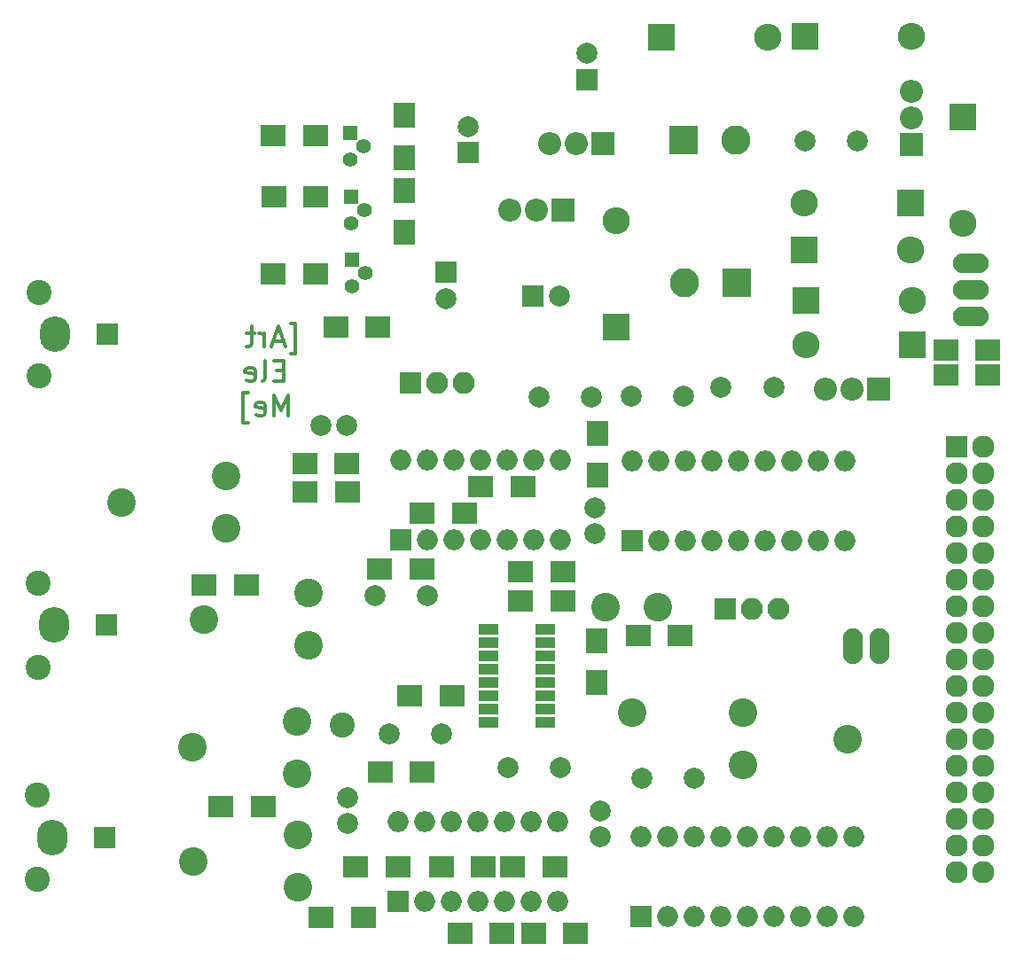
<source format=gbs>
G04 #@! TF.FileFunction,Soldermask,Bot*
%FSLAX46Y46*%
G04 Gerber Fmt 4.6, Leading zero omitted, Abs format (unit mm)*
G04 Created by KiCad (PCBNEW 4.0.7-e2-6376~58~ubuntu16.04.1) date Thu Dec 14 21:04:02 2023*
%MOMM*%
%LPD*%
G01*
G04 APERTURE LIST*
%ADD10C,0.100000*%
%ADD11C,0.300000*%
%ADD12R,2.400000X2.100000*%
%ADD13C,1.400000*%
%ADD14R,1.400000X1.400000*%
%ADD15C,2.000000*%
%ADD16R,2.800000X2.800000*%
%ADD17C,2.800000*%
%ADD18R,2.000000X2.000000*%
%ADD19R,2.600000X2.600000*%
%ADD20O,2.600000X2.600000*%
%ADD21R,2.127200X2.127200*%
%ADD22O,2.127200X2.127200*%
%ADD23O,3.410000X1.910000*%
%ADD24O,2.900000X3.400000*%
%ADD25C,2.400000*%
%ADD26O,1.910000X3.410000*%
%ADD27R,2.100000X2.400000*%
%ADD28R,2.100000X2.100000*%
%ADD29O,2.100000X2.100000*%
%ADD30O,2.000000X2.000000*%
%ADD31R,1.900000X1.000000*%
%ADD32R,2.200000X2.200000*%
%ADD33O,2.200000X2.200000*%
%ADD34C,2.740000*%
G04 APERTURE END LIST*
D10*
D11*
X201056666Y-72185429D02*
X201532856Y-72185429D01*
X201532856Y-69328286D01*
X201056666Y-69328286D01*
X200390000Y-70947333D02*
X199437619Y-70947333D01*
X200580476Y-71518762D02*
X199913809Y-69518762D01*
X199247142Y-71518762D01*
X198580476Y-71518762D02*
X198580476Y-70185429D01*
X198580476Y-70566381D02*
X198485237Y-70375905D01*
X198389999Y-70280667D01*
X198199523Y-70185429D01*
X198009047Y-70185429D01*
X197628095Y-70185429D02*
X196866190Y-70185429D01*
X197342381Y-69518762D02*
X197342381Y-71233048D01*
X197247142Y-71423524D01*
X197056666Y-71518762D01*
X196866190Y-71518762D01*
X200437619Y-73771143D02*
X199770952Y-73771143D01*
X199485238Y-74818762D02*
X200437619Y-74818762D01*
X200437619Y-72818762D01*
X199485238Y-72818762D01*
X198342380Y-74818762D02*
X198532856Y-74723524D01*
X198628095Y-74533048D01*
X198628095Y-72818762D01*
X196818571Y-74723524D02*
X197009047Y-74818762D01*
X197389999Y-74818762D01*
X197580476Y-74723524D01*
X197675714Y-74533048D01*
X197675714Y-73771143D01*
X197580476Y-73580667D01*
X197389999Y-73485429D01*
X197009047Y-73485429D01*
X196818571Y-73580667D01*
X196723333Y-73771143D01*
X196723333Y-73961619D01*
X197675714Y-74152095D01*
X200818571Y-78118762D02*
X200818571Y-76118762D01*
X200151904Y-77547333D01*
X199485237Y-76118762D01*
X199485237Y-78118762D01*
X197770952Y-78023524D02*
X197961428Y-78118762D01*
X198342380Y-78118762D01*
X198532857Y-78023524D01*
X198628095Y-77833048D01*
X198628095Y-77071143D01*
X198532857Y-76880667D01*
X198342380Y-76785429D01*
X197961428Y-76785429D01*
X197770952Y-76880667D01*
X197675714Y-77071143D01*
X197675714Y-77261619D01*
X198628095Y-77452095D01*
X197009047Y-78785429D02*
X196532856Y-78785429D01*
X196532856Y-75928286D01*
X197009047Y-75928286D01*
D12*
X222282000Y-121158000D03*
X226282000Y-121158000D03*
D13*
X208050000Y-52340000D03*
X206780000Y-53610000D03*
D14*
X206780000Y-51070000D03*
D15*
X238620000Y-76240000D03*
X233620000Y-76240000D03*
X239650000Y-112730000D03*
X234650000Y-112730000D03*
X230632000Y-118324000D03*
X230632000Y-115824000D03*
X230124000Y-89368000D03*
X230124000Y-86868000D03*
D16*
X243640000Y-65390000D03*
D17*
X238640000Y-65390000D03*
D16*
X238600000Y-51800000D03*
D17*
X243600000Y-51800000D03*
D15*
X214120000Y-95280000D03*
X209120000Y-95280000D03*
X255160000Y-51860000D03*
X250160000Y-51860000D03*
X247190000Y-75390000D03*
X242190000Y-75390000D03*
X210470000Y-108510000D03*
X215470000Y-108510000D03*
D18*
X229350000Y-45980000D03*
D15*
X229350000Y-43480000D03*
X229800000Y-76320000D03*
X224800000Y-76320000D03*
X226820000Y-111750000D03*
X221820000Y-111750000D03*
D18*
X224240000Y-66690000D03*
D15*
X226740000Y-66690000D03*
D18*
X215880000Y-64380000D03*
D15*
X215880000Y-66880000D03*
D18*
X218020000Y-52990000D03*
D15*
X218020000Y-50490000D03*
X206462000Y-78994000D03*
X203962000Y-78994000D03*
X206502000Y-114554000D03*
X206502000Y-117054000D03*
D19*
X260480000Y-71340000D03*
D20*
X250320000Y-71340000D03*
D19*
X250240000Y-67070000D03*
D20*
X260400000Y-67070000D03*
D19*
X250130000Y-62270000D03*
D20*
X260290000Y-62270000D03*
D19*
X260290000Y-57790000D03*
D20*
X250130000Y-57790000D03*
D19*
X232120000Y-69640000D03*
D20*
X232120000Y-59480000D03*
D19*
X265240000Y-49530000D03*
D20*
X265240000Y-59690000D03*
D19*
X250220000Y-41840000D03*
D20*
X260380000Y-41840000D03*
D19*
X236470000Y-41910000D03*
D20*
X246630000Y-41910000D03*
D21*
X264670000Y-81100000D03*
D22*
X267210000Y-81100000D03*
X264670000Y-83640000D03*
X267210000Y-83640000D03*
X264670000Y-86180000D03*
X267210000Y-86180000D03*
X264670000Y-88720000D03*
X267210000Y-88720000D03*
X264670000Y-91260000D03*
X267210000Y-91260000D03*
X264670000Y-93800000D03*
X267210000Y-93800000D03*
X264670000Y-96340000D03*
X267210000Y-96340000D03*
X264670000Y-98880000D03*
X267210000Y-98880000D03*
X264670000Y-101420000D03*
X267210000Y-101420000D03*
X264670000Y-103960000D03*
X267210000Y-103960000D03*
X264670000Y-106500000D03*
X267210000Y-106500000D03*
X264670000Y-109040000D03*
X267210000Y-109040000D03*
X264670000Y-111580000D03*
X267210000Y-111580000D03*
X264670000Y-114120000D03*
X267210000Y-114120000D03*
X264670000Y-116660000D03*
X267210000Y-116660000D03*
X264670000Y-119200000D03*
X267210000Y-119200000D03*
X264670000Y-121740000D03*
X267210000Y-121740000D03*
D23*
X266010000Y-63520000D03*
X266010000Y-66060000D03*
X266010000Y-68600000D03*
D18*
X183480000Y-98110000D03*
D24*
X178480000Y-98110000D03*
D25*
X176980000Y-94110000D03*
X176980000Y-102110000D03*
D18*
X183348000Y-118364000D03*
D24*
X178348000Y-118364000D03*
D25*
X176848000Y-114364000D03*
X176848000Y-122364000D03*
D18*
X183538000Y-70294000D03*
D24*
X178538000Y-70294000D03*
D25*
X177038000Y-66294000D03*
X177038000Y-74294000D03*
X205960000Y-107640000D03*
D26*
X257330000Y-100076000D03*
X254790000Y-100076000D03*
D13*
X208150000Y-58470000D03*
X206880000Y-59740000D03*
D14*
X206880000Y-57200000D03*
D13*
X208170000Y-64480000D03*
X206900000Y-65750000D03*
D14*
X206900000Y-63210000D03*
D12*
X227044000Y-95758000D03*
X223044000Y-95758000D03*
X203994000Y-125984000D03*
X207994000Y-125984000D03*
X238252000Y-99060000D03*
X234252000Y-99060000D03*
D27*
X230378000Y-83788000D03*
X230378000Y-79788000D03*
D12*
X224282000Y-127508000D03*
X228282000Y-127508000D03*
D27*
X230290000Y-103570000D03*
X230290000Y-99570000D03*
D12*
X219234000Y-84836000D03*
X223234000Y-84836000D03*
X217234000Y-127508000D03*
X221234000Y-127508000D03*
X227044000Y-92964000D03*
X223044000Y-92964000D03*
X192818000Y-94230000D03*
X196818000Y-94230000D03*
X212460000Y-104880000D03*
X216460000Y-104880000D03*
X217646000Y-87376000D03*
X213646000Y-87376000D03*
X219456000Y-121158000D03*
X215456000Y-121158000D03*
X209582000Y-92710000D03*
X213582000Y-92710000D03*
X207296000Y-121158000D03*
X211296000Y-121158000D03*
X202470000Y-85344000D03*
X206470000Y-85344000D03*
X209620000Y-112150000D03*
X213620000Y-112150000D03*
X202410000Y-82680000D03*
X206410000Y-82680000D03*
X194440000Y-115410000D03*
X198440000Y-115410000D03*
X263620000Y-71830000D03*
X267620000Y-71830000D03*
D27*
X211930000Y-60600000D03*
X211930000Y-56600000D03*
D12*
X263620000Y-74210000D03*
X267620000Y-74210000D03*
D27*
X211960000Y-53420000D03*
X211960000Y-49420000D03*
D12*
X199454000Y-57150000D03*
X203454000Y-57150000D03*
X199422000Y-51308000D03*
X203422000Y-51308000D03*
X203422000Y-64516000D03*
X199422000Y-64516000D03*
X209420000Y-69640000D03*
X205420000Y-69640000D03*
D28*
X212560000Y-74930000D03*
D29*
X215100000Y-74930000D03*
X217640000Y-74930000D03*
D28*
X242610000Y-96590000D03*
D29*
X245150000Y-96590000D03*
X247690000Y-96590000D03*
D18*
X234530000Y-125920000D03*
D30*
X254850000Y-118300000D03*
X237070000Y-125920000D03*
X252310000Y-118300000D03*
X239610000Y-125920000D03*
X249770000Y-118300000D03*
X242150000Y-125920000D03*
X247230000Y-118300000D03*
X244690000Y-125920000D03*
X244690000Y-118300000D03*
X247230000Y-125920000D03*
X242150000Y-118300000D03*
X249770000Y-125920000D03*
X239610000Y-118300000D03*
X252310000Y-125920000D03*
X237070000Y-118300000D03*
X254850000Y-125920000D03*
X234530000Y-118300000D03*
D18*
X233720000Y-90040000D03*
D30*
X254040000Y-82420000D03*
X236260000Y-90040000D03*
X251500000Y-82420000D03*
X238800000Y-90040000D03*
X248960000Y-82420000D03*
X241340000Y-90040000D03*
X246420000Y-82420000D03*
X243880000Y-90040000D03*
X243880000Y-82420000D03*
X246420000Y-90040000D03*
X241340000Y-82420000D03*
X248960000Y-90040000D03*
X238800000Y-82420000D03*
X251500000Y-90040000D03*
X236260000Y-82420000D03*
X254040000Y-90040000D03*
X233720000Y-82420000D03*
D31*
X225360000Y-98535000D03*
X225360000Y-99805000D03*
X225360000Y-101075000D03*
X225360000Y-102345000D03*
X225360000Y-103615000D03*
X225360000Y-104885000D03*
X225360000Y-106155000D03*
X225360000Y-107425000D03*
X219960000Y-107425000D03*
X219960000Y-106155000D03*
X219960000Y-104885000D03*
X219960000Y-103615000D03*
X219960000Y-102345000D03*
X219960000Y-101075000D03*
X219960000Y-99805000D03*
X219960000Y-98535000D03*
D32*
X257230000Y-75530000D03*
D33*
X254690000Y-75530000D03*
X252150000Y-75530000D03*
D32*
X260390000Y-52160000D03*
D33*
X260390000Y-49620000D03*
X260390000Y-47080000D03*
D32*
X230886000Y-52070000D03*
D33*
X228346000Y-52070000D03*
X225806000Y-52070000D03*
D34*
X236180000Y-96426000D03*
X233680000Y-106426000D03*
X231180000Y-96426000D03*
X244254000Y-106466000D03*
X254254000Y-108966000D03*
X244254000Y-111466000D03*
X202786000Y-100036000D03*
X192786000Y-97536000D03*
X202786000Y-95036000D03*
X201676000Y-112268000D03*
X191676000Y-109768000D03*
X201676000Y-107268000D03*
X194912000Y-88860000D03*
X184912000Y-86360000D03*
X194912000Y-83860000D03*
X201770000Y-123150000D03*
X191770000Y-120650000D03*
X201770000Y-118150000D03*
D18*
X211328000Y-124460000D03*
D30*
X226568000Y-116840000D03*
X213868000Y-124460000D03*
X224028000Y-116840000D03*
X216408000Y-124460000D03*
X221488000Y-116840000D03*
X218948000Y-124460000D03*
X218948000Y-116840000D03*
X221488000Y-124460000D03*
X216408000Y-116840000D03*
X224028000Y-124460000D03*
X213868000Y-116840000D03*
X226568000Y-124460000D03*
X211328000Y-116840000D03*
D18*
X211582000Y-89916000D03*
D30*
X226822000Y-82296000D03*
X214122000Y-89916000D03*
X224282000Y-82296000D03*
X216662000Y-89916000D03*
X221742000Y-82296000D03*
X219202000Y-89916000D03*
X219202000Y-82296000D03*
X221742000Y-89916000D03*
X216662000Y-82296000D03*
X224282000Y-89916000D03*
X214122000Y-82296000D03*
X226822000Y-89916000D03*
X211582000Y-82296000D03*
D32*
X227076000Y-58420000D03*
D33*
X224536000Y-58420000D03*
X221996000Y-58420000D03*
M02*

</source>
